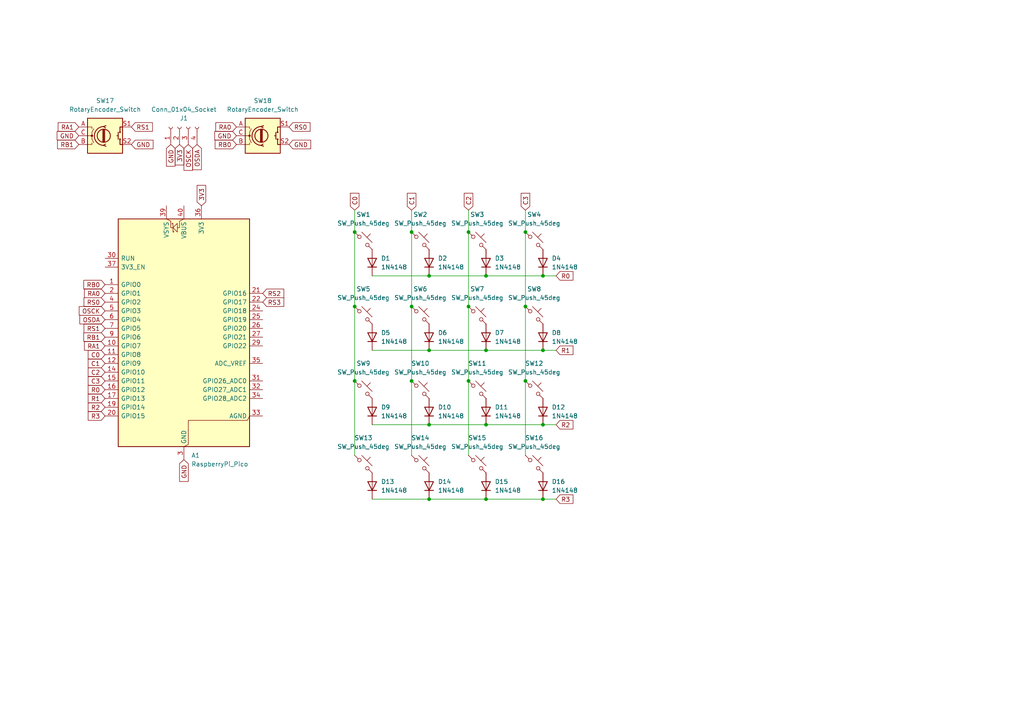
<source format=kicad_sch>
(kicad_sch (version 20250114) (generator "eeschema") (generator_version "9.0")
  (paper "A4")
  (lib_symbols
    (symbol "Connector:Conn_01x04_Socket" (pin_names (offset 1.016) (hide yes))
      (property "Reference" "J" (at 0 5.08 0))
      (property "Value" "Conn_01x04_Socket" (at 0 -7.62 0))
      (symbol "Conn_01x04_Socket_1_1"
        (polyline (pts (xy -1.27 2.54) (xy -0.508 2.54)) (stroke (width 0.1524)))
        (polyline (pts (xy -1.27 0) (xy -0.508 0)) (stroke (width 0.1524)))
        (polyline (pts (xy -1.27 -2.54) (xy -0.508 -2.54)) (stroke (width 0.1524)))
        (polyline (pts (xy -1.27 -5.08) (xy -0.508 -5.08)) (stroke (width 0.1524)))
        (arc (start 0 2.032) (mid -0.5058 2.54) (end 0 3.048) (stroke (width 0.1524)))
        (arc (start 0 -0.508) (mid -0.5058 0) (end 0 0.508) (stroke (width 0.1524)))
        (arc (start 0 -3.048) (mid -0.5058 -2.54) (end 0 -2.032) (stroke (width 0.1524)))
        (arc (start 0 -5.588) (mid -0.5058 -5.08) (end 0 -4.572) (stroke (width 0.1524)))
        (pin passive line (at -5.08 2.54 0) (length 3.81) (name "Pin_1") (number "1"))
        (pin passive line (at -5.08 0 0) (length 3.81) (name "Pin_2") (number "2"))
        (pin passive line (at -5.08 -2.54 0) (length 3.81) (name "Pin_3") (number "3"))
        (pin passive line (at -5.08 -5.08 0) (length 3.81) (name "Pin_4") (number "4"))
      )
    )
    (symbol "Device:RotaryEncoder_Switch" (pin_names (offset 0.254) (hide yes))
      (property "Reference" "SW" (at 0 6.604 0))
      (property "Value" "RotaryEncoder_Switch" (at 0 -6.604 0))
      (symbol "RotaryEncoder_Switch_0_1"
        (rectangle (start -5.08 5.08) (end 5.08 -5.08) (stroke (width 0.254)) (fill (type background)))
        (polyline (pts (xy -5.08 2.54) (xy -3.81 2.54) (xy -3.81 2.032)))
        (polyline (pts (xy -5.08 0) (xy -3.81 0) (xy -3.81 -1.016) (xy -3.302 -2.032)))
        (polyline (pts (xy -5.08 -2.54) (xy -3.81 -2.54) (xy -3.81 -2.032)))
        (polyline (pts (xy -4.318 0) (xy -3.81 0) (xy -3.81 1.016) (xy -3.302 2.032)))
        (circle (center -3.81 0) (radius 0.254) (fill (type outline)))
        (polyline (pts (xy -0.635 -1.778) (xy -0.635 1.778)) (stroke (width 0.254)))
        (circle (center -0.381 0) (radius 1.905) (stroke (width 0.254)))
        (polyline (pts (xy -0.381 -1.778) (xy -0.381 1.778)) (stroke (width 0.254)))
        (arc (start -0.381 -2.794) (mid -3.0988 -0.0635) (end -0.381 2.667) (stroke (width 0.254)))
        (polyline (pts (xy -0.127 1.778) (xy -0.127 -1.778)) (stroke (width 0.254)))
        (polyline (pts (xy 0.254 2.921) (xy -0.508 2.667) (xy 0.127 2.286)) (stroke (width 0.254)))
        (polyline (pts (xy 0.254 -3.048) (xy -0.508 -2.794) (xy 0.127 -2.413)) (stroke (width 0.254)))
        (polyline (pts (xy 3.81 1.016) (xy 3.81 -1.016)) (stroke (width 0.254)))
        (polyline (pts (xy 3.81 0) (xy 3.429 0)) (stroke (width 0.254)))
        (circle (center 4.318 1.016) (radius 0.127) (stroke (width 0.254)))
        (circle (center 4.318 -1.016) (radius 0.127) (stroke (width 0.254)))
        (polyline (pts (xy 5.08 2.54) (xy 4.318 2.54) (xy 4.318 1.016)) (stroke (width 0.254)))
        (polyline (pts (xy 5.08 -2.54) (xy 4.318 -2.54) (xy 4.318 -1.016)) (stroke (width 0.254)))
      )
      (symbol "RotaryEncoder_Switch_1_1"
        (pin passive line (at -7.62 2.54 0) (length 2.54) (name "A") (number "A"))
        (pin passive line (at -7.62 0 0) (length 2.54) (name "C") (number "C"))
        (pin passive line (at -7.62 -2.54 0) (length 2.54) (name "B") (number "B"))
        (pin passive line (at 7.62 2.54 180) (length 2.54) (name "S1") (number "S1"))
        (pin passive line (at 7.62 -2.54 180) (length 2.54) (name "S2") (number "S2"))
      )
    )
    (symbol "Diode:1N4148" (pin_numbers (hide yes)) (pin_names (hide yes))
      (property "Reference" "D" (at 0 2.54 0))
      (property "Value" "1N4148" (at 0 -2.54 0))
      (symbol "1N4148_0_1"
        (polyline (pts (xy -1.27 1.27) (xy -1.27 -1.27)) (stroke (width 0.254)))
        (polyline (pts (xy 1.27 1.27) (xy 1.27 -1.27) (xy -1.27 0) (xy 1.27 1.27)) (stroke (width 0.254)))
        (polyline (pts (xy 1.27 0) (xy -1.27 0)))
      )
      (symbol "1N4148_1_1"
        (pin passive line (at -3.81 0 0) (length 2.54) (name "K") (number "1"))
        (pin passive line (at 3.81 0 180) (length 2.54) (name "A") (number "2"))
      )
    )
    (symbol "MCU_Module:RaspberryPi_Pico" (pin_names (offset 0.762))
      (property "Reference" "A" (at -19.05 35.56 0))
      (property "Value" "RaspberryPi_Pico" (at 7.62 35.56 0))
      (symbol "RaspberryPi_Pico_0_1"
        (rectangle (start -19.05 34.29) (end 19.05 -31.75) (stroke (width 0.254)) (fill (type background)))
        (polyline (pts (xy -5.08 34.29) (xy -3.81 33.655) (xy -3.81 31.75) (xy -3.175 31.75)))
        (polyline (pts (xy -3.429 32.766) (xy -3.429 33.02) (xy -3.175 33.02) (xy -3.175 30.48) (xy -2.921 30.48) (xy -2.921 30.734)))
        (polyline (pts (xy -3.175 31.75) (xy -1.905 33.02) (xy -1.905 30.48) (xy -3.175 31.75)))
        (polyline (pts (xy 0 34.29) (xy -1.27 33.655) (xy -1.27 31.75) (xy -1.905 31.75)))
        (polyline (pts (xy 0 -31.75) (xy 1.27 -31.115) (xy 1.27 -24.13) (xy 18.415 -24.13) (xy 19.05 -22.86)))
      )
      (symbol "RaspberryPi_Pico_1_1"
        (pin passive line (at -22.86 22.86 0) (length 3.81) (name "RUN") (number "30"))
        (pin passive line (at -22.86 20.32 0) (length 3.81) (name "3V3_EN") (number "37"))
        (pin bidirectional line (at -22.86 15.24 0) (length 3.81) (name "GPIO0") (number "1"))
        (pin bidirectional line (at -22.86 12.7 0) (length 3.81) (name "GPIO1") (number "2"))
        (pin bidirectional line (at -22.86 10.16 0) (length 3.81) (name "GPIO2") (number "4"))
        (pin bidirectional line (at -22.86 7.62 0) (length 3.81) (name "GPIO3") (number "5"))
        (pin bidirectional line (at -22.86 5.08 0) (length 3.81) (name "GPIO4") (number "6"))
        (pin bidirectional line (at -22.86 2.54 0) (length 3.81) (name "GPIO5") (number "7"))
        (pin bidirectional line (at -22.86 0 0) (length 3.81) (name "GPIO6") (number "9"))
        (pin bidirectional line (at -22.86 -2.54 0) (length 3.81) (name "GPIO7") (number "10"))
        (pin bidirectional line (at -22.86 -5.08 0) (length 3.81) (name "GPIO8") (number "11"))
        (pin bidirectional line (at -22.86 -7.62 0) (length 3.81) (name "GPIO9") (number "12"))
        (pin bidirectional line (at -22.86 -10.16 0) (length 3.81) (name "GPIO10") (number "14"))
        (pin bidirectional line (at -22.86 -12.7 0) (length 3.81) (name "GPIO11") (number "15"))
        (pin bidirectional line (at -22.86 -15.24 0) (length 3.81) (name "GPIO12") (number "16"))
        (pin bidirectional line (at -22.86 -17.78 0) (length 3.81) (name "GPIO13") (number "17"))
        (pin bidirectional line (at -22.86 -20.32 0) (length 3.81) (name "GPIO14") (number "19"))
        (pin bidirectional line (at -22.86 -22.86 0) (length 3.81) (name "GPIO15") (number "20"))
        (pin power_in line (at -5.08 38.1 270) (length 3.81) (name "VSYS") (number "39"))
        (pin power_out line (at 0 38.1 270) (length 3.81) (name "VBUS") (number "40"))
        (pin passive line (at 0 -35.56 90) (length 3.81) (hide yes) (name "GND") (number "13"))
        (pin passive line (at 0 -35.56 90) (length 3.81) (hide yes) (name "GND") (number "18"))
        (pin passive line (at 0 -35.56 90) (length 3.81) (hide yes) (name "GND") (number "23"))
        (pin passive line (at 0 -35.56 90) (length 3.81) (hide yes) (name "GND") (number "28"))
        (pin power_out line (at 0 -35.56 90) (length 3.81) (name "GND") (number "3"))
        (pin passive line (at 0 -35.56 90) (length 3.81) (hide yes) (name "GND") (number "38"))
        (pin passive line (at 0 -35.56 90) (length 3.81) (hide yes) (name "GND") (number "8"))
        (pin power_out line (at 5.08 38.1 270) (length 3.81) (name "3V3") (number "36"))
        (pin bidirectional line (at 22.86 12.7 180) (length 3.81) (name "GPIO16") (number "21"))
        (pin bidirectional line (at 22.86 10.16 180) (length 3.81) (name "GPIO17") (number "22"))
        (pin bidirectional line (at 22.86 7.62 180) (length 3.81) (name "GPIO18") (number "24"))
        (pin bidirectional line (at 22.86 5.08 180) (length 3.81) (name "GPIO19") (number "25"))
        (pin bidirectional line (at 22.86 2.54 180) (length 3.81) (name "GPIO20") (number "26"))
        (pin bidirectional line (at 22.86 0 180) (length 3.81) (name "GPIO21") (number "27"))
        (pin bidirectional line (at 22.86 -2.54 180) (length 3.81) (name "GPIO22") (number "29"))
        (pin power_in line (at 22.86 -7.62 180) (length 3.81) (name "ADC_VREF") (number "35"))
        (pin bidirectional line (at 22.86 -12.7 180) (length 3.81) (name "GPIO26_ADC0") (number "31"))
        (pin bidirectional line (at 22.86 -15.24 180) (length 3.81) (name "GPIO27_ADC1") (number "32"))
        (pin bidirectional line (at 22.86 -17.78 180) (length 3.81) (name "GPIO28_ADC2") (number "34"))
        (pin power_out line (at 22.86 -22.86 180) (length 3.81) (name "AGND") (number "33"))
      )
    )
    (symbol "Switch:SW_Push_45deg" (pin_numbers (hide yes)) (pin_names (offset 1.016) (hide yes))
      (property "Reference" "SW" (at 3.048 1.016 0))
      (property "Value" "SW_Push_45deg" (at 0 -3.81 0))
      (symbol "SW_Push_45deg_0_1"
        (polyline (pts (xy -2.54 2.54) (xy -1.524 1.524) (xy -1.524 1.524)))
        (circle (center -1.1684 1.1684) (radius 0.508))
        (polyline (pts (xy -0.508 2.54) (xy 2.54 -0.508)))
        (polyline (pts (xy 1.016 1.016) (xy 2.032 2.032)))
        (circle (center 1.143 -1.1938) (radius 0.508))
        (polyline (pts (xy 1.524 -1.524) (xy 2.54 -2.54) (xy 2.54 -2.54) (xy 2.54 -2.54)))
        (pin passive line (at -2.54 2.54 0) (length 0) (name "1") (number "1"))
        (pin passive line (at 2.54 -2.54 180) (length 0) (name "2") (number "2"))
      )
    )
  )
  (junction (at 157.48 123.19))
  (junction (at 135.89 110.49))
  (junction (at 102.87 67.31))
  (junction (at 119.38 67.31))
  (junction (at 102.87 110.49))
  (junction (at 140.97 123.19))
  (junction (at 124.46 144.78))
  (junction (at 102.87 88.9))
  (junction (at 124.46 123.19))
  (junction (at 157.48 144.78))
  (junction (at 157.48 80.01))
  (junction (at 157.48 101.6))
  (junction (at 152.4 67.31))
  (junction (at 119.38 110.49))
  (junction (at 140.97 101.6))
  (junction (at 124.46 80.01))
  (junction (at 152.4 88.9))
  (junction (at 124.46 101.6))
  (junction (at 119.38 88.9))
  (junction (at 140.97 80.01))
  (junction (at 140.97 144.78))
  (junction (at 152.4 110.49))
  (junction (at 135.89 67.31))
  (junction (at 135.89 88.9))
  (wire (pts (xy 140.97 144.78) (xy 157.48 144.78)))
  (wire (pts (xy 102.87 67.31) (xy 102.87 88.9)))
  (wire (pts (xy 152.4 67.31) (xy 152.4 88.9)))
  (wire (pts (xy 107.95 123.19) (xy 124.46 123.19)))
  (wire (pts (xy 157.48 123.19) (xy 161.29 123.19)))
  (wire (pts (xy 135.89 67.31) (xy 135.89 88.9)))
  (wire (pts (xy 157.48 101.6) (xy 161.29 101.6)))
  (wire (pts (xy 119.38 67.31) (xy 119.38 88.9)))
  (wire (pts (xy 102.87 60.96) (xy 102.87 67.31)))
  (wire (pts (xy 102.87 110.49) (xy 102.87 132.08)))
  (wire (pts (xy 119.38 88.9) (xy 119.38 110.49)))
  (wire (pts (xy 119.38 60.96) (xy 119.38 67.31)))
  (wire (pts (xy 135.89 110.49) (xy 135.89 132.08)))
  (wire (pts (xy 135.89 88.9) (xy 135.89 110.49)))
  (wire (pts (xy 107.95 144.78) (xy 124.46 144.78)))
  (wire (pts (xy 152.4 110.49) (xy 152.4 132.08)))
  (wire (pts (xy 140.97 101.6) (xy 157.48 101.6)))
  (wire (pts (xy 102.87 88.9) (xy 102.87 110.49)))
  (wire (pts (xy 119.38 110.49) (xy 119.38 132.08)))
  (wire (pts (xy 140.97 123.19) (xy 157.48 123.19)))
  (wire (pts (xy 157.48 80.01) (xy 161.29 80.01)))
  (wire (pts (xy 107.95 101.6) (xy 124.46 101.6)))
  (wire (pts (xy 124.46 80.01) (xy 140.97 80.01)))
  (wire (pts (xy 107.95 80.01) (xy 124.46 80.01)))
  (wire (pts (xy 152.4 60.96) (xy 152.4 67.31)))
  (wire (pts (xy 124.46 123.19) (xy 140.97 123.19)))
  (wire (pts (xy 124.46 101.6) (xy 140.97 101.6)))
  (wire (pts (xy 135.89 60.96) (xy 135.89 67.31)))
  (wire (pts (xy 140.97 80.01) (xy 157.48 80.01)))
  (wire (pts (xy 152.4 88.9) (xy 152.4 110.49)))
  (wire (pts (xy 124.46 144.78) (xy 140.97 144.78)))
  (wire (pts (xy 157.48 144.78) (xy 161.29 144.78)))
  (global_label "RA0" (shape input) (at 68.58 36.83 180) (property "Intersheetrefs" "${INTERSHEET_REFS}" (effects (hide yes))))
  (global_label "C2" (shape input) (at 135.89 60.96 90) (property "Intersheetrefs" "${INTERSHEET_REFS}" (effects (hide yes))))
  (global_label "R0" (shape input) (at 30.48 113.03 180) (property "Intersheetrefs" "${INTERSHEET_REFS}" (effects (hide yes))))
  (global_label "GND" (shape input) (at 68.58 39.37 180) (property "Intersheetrefs" "${INTERSHEET_REFS}" (effects (hide yes))))
  (global_label "RS0" (shape input) (at 30.48 87.63 180) (property "Intersheetrefs" "${INTERSHEET_REFS}" (effects (hide yes))))
  (global_label "RB1" (shape input) (at 30.48 97.79 180) (property "Intersheetrefs" "${INTERSHEET_REFS}" (effects (hide yes))))
  (global_label "C3" (shape input) (at 152.4 60.96 90) (property "Intersheetrefs" "${INTERSHEET_REFS}" (effects (hide yes))))
  (global_label "RA0" (shape input) (at 30.48 85.09 180) (property "Intersheetrefs" "${INTERSHEET_REFS}" (effects (hide yes))))
  (global_label "RS0" (shape input) (at 83.82 36.83 0) (property "Intersheetrefs" "${INTERSHEET_REFS}" (effects (hide yes))))
  (global_label "C0" (shape input) (at 102.87 60.96 90) (property "Intersheetrefs" "${INTERSHEET_REFS}" (effects (hide yes))))
  (global_label "R2" (shape input) (at 161.29 123.19 0) (property "Intersheetrefs" "${INTERSHEET_REFS}" (effects (hide yes))))
  (global_label "RA1" (shape input) (at 22.86 36.83 180) (property "Intersheetrefs" "${INTERSHEET_REFS}" (effects (hide yes))))
  (global_label "RS1" (shape input) (at 30.48 95.25 180) (property "Intersheetrefs" "${INTERSHEET_REFS}" (effects (hide yes))))
  (global_label "RA1" (shape input) (at 30.48 100.33 180) (property "Intersheetrefs" "${INTERSHEET_REFS}" (effects (hide yes))))
  (global_label "RB0" (shape input) (at 68.58 41.91 180) (property "Intersheetrefs" "${INTERSHEET_REFS}" (effects (hide yes))))
  (global_label "GND" (shape input) (at 83.82 41.91 0) (property "Intersheetrefs" "${INTERSHEET_REFS}" (effects (hide yes))))
  (global_label "OSCK" (shape input) (at 30.48 90.17 180) (property "Intersheetrefs" "${INTERSHEET_REFS}" (effects (hide yes))))
  (global_label "GND" (shape input) (at 22.86 39.37 180) (property "Intersheetrefs" "${INTERSHEET_REFS}" (effects (hide yes))))
  (global_label "R1" (shape input) (at 30.48 115.57 180) (property "Intersheetrefs" "${INTERSHEET_REFS}" (effects (hide yes))))
  (global_label "OSDA" (shape input) (at 57.15 41.91 270) (property "Intersheetrefs" "${INTERSHEET_REFS}" (effects (hide yes))))
  (global_label "OSCK" (shape input) (at 54.61 41.91 270) (property "Intersheetrefs" "${INTERSHEET_REFS}" (effects (hide yes))))
  (global_label "RB1" (shape input) (at 22.86 41.91 180) (property "Intersheetrefs" "${INTERSHEET_REFS}" (effects (hide yes))))
  (global_label "RS2" (shape input) (at 76.2 85.09 0) (property "Intersheetrefs" "${INTERSHEET_REFS}" (effects (hide yes))))
  (global_label "C1" (shape input) (at 119.38 60.96 90) (property "Intersheetrefs" "${INTERSHEET_REFS}" (effects (hide yes))))
  (global_label "3V3" (shape input) (at 58.42 59.69 90) (property "Intersheetrefs" "${INTERSHEET_REFS}" (effects (hide yes))))
  (global_label "GND" (shape input) (at 49.53 41.91 270) (property "Intersheetrefs" "${INTERSHEET_REFS}" (effects (hide yes))))
  (global_label "R1" (shape input) (at 161.29 101.6 0) (property "Intersheetrefs" "${INTERSHEET_REFS}" (effects (hide yes))))
  (global_label "GND" (shape input) (at 38.1 41.91 0) (property "Intersheetrefs" "${INTERSHEET_REFS}" (effects (hide yes))))
  (global_label "C0" (shape input) (at 30.48 102.87 180) (property "Intersheetrefs" "${INTERSHEET_REFS}" (effects (hide yes))))
  (global_label "GND" (shape input) (at 53.34 133.35 270) (property "Intersheetrefs" "${INTERSHEET_REFS}" (effects (hide yes))))
  (global_label "C2" (shape input) (at 30.48 107.95 180) (property "Intersheetrefs" "${INTERSHEET_REFS}" (effects (hide yes))))
  (global_label "R2" (shape input) (at 30.48 118.11 180) (property "Intersheetrefs" "${INTERSHEET_REFS}" (effects (hide yes))))
  (global_label "C3" (shape input) (at 30.48 110.49 180) (property "Intersheetrefs" "${INTERSHEET_REFS}" (effects (hide yes))))
  (global_label "RS1" (shape input) (at 38.1 36.83 0) (property "Intersheetrefs" "${INTERSHEET_REFS}" (effects (hide yes))))
  (global_label "R3" (shape input) (at 30.48 120.65 180) (property "Intersheetrefs" "${INTERSHEET_REFS}" (effects (hide yes))))
  (global_label "OSDA" (shape input) (at 30.48 92.71 180) (property "Intersheetrefs" "${INTERSHEET_REFS}" (effects (hide yes))))
  (global_label "C1" (shape input) (at 30.48 105.41 180) (property "Intersheetrefs" "${INTERSHEET_REFS}" (effects (hide yes))))
  (global_label "R0" (shape input) (at 161.29 80.01 0) (property "Intersheetrefs" "${INTERSHEET_REFS}" (effects (hide yes))))
  (global_label "RS3" (shape input) (at 76.2 87.63 0) (property "Intersheetrefs" "${INTERSHEET_REFS}" (effects (hide yes))))
  (global_label "R3" (shape input) (at 161.29 144.78 0) (property "Intersheetrefs" "${INTERSHEET_REFS}" (effects (hide yes))))
  (global_label "RB0" (shape input) (at 30.48 82.55 180) (property "Intersheetrefs" "${INTERSHEET_REFS}" (effects (hide yes))))
  (global_label "3V3" (shape input) (at 52.07 41.91 270) (property "Intersheetrefs" "${INTERSHEET_REFS}" (effects (hide yes))))
  (symbol (lib_id "Diode:1N4148") (at 157.48 119.38 90) (unit 1)
    (property "Reference" "D12" (at 160.02 118.1099 90) (effects (justify right)))
    (property "Value" "1N4148" (at 160.02 120.6499 90) (effects (justify right)))
    (property "Footprint" "Diode_THT:D_DO-35_SOD27_P7.62mm_Horizontal" (effects (hide yes)))
    (property "Datasheet" "https://assets.nexperia.com/documents/data-sheet/1N4148_1N4448.pdf" (effects (hide yes)))
    (property "Description" "100V 0.15A standard switching diode, DO-35" (effects (hide yes)))
    (property "Sim.Device" "D" (effects (hide yes)))
    (property "Sim.Pins" "1=K 2=A" (effects (hide yes)))
  )
  (symbol (lib_id "Connector:Conn_01x04_Socket") (at 52.07 36.83 90) (unit 1)
    (property "Reference" "J1" (at 53.34 34.29 90))
    (property "Value" "Conn_01x04_Socket" (at 53.34 31.75 90))
    (property "Footprint" "promicro:MODULE_DM-OLED096-636" (effects (hide yes)))
    (property "Description" "Generic connector, single row, 01x04, script generated" (effects (hide yes)))
  )
  (symbol (lib_id "Switch:SW_Push_45deg") (at 121.92 113.03 0) (unit 1)
    (property "Reference" "SW10" (at 121.92 105.41 0))
    (property "Value" "SW_Push_45deg" (at 121.92 107.95 0))
    (property "Footprint" "PCM_Switch_Keyboard_Cherry_MX:SW_Cherry_MX_Plate_1.00u" (effects (hide yes)))
    (property "Description" "Push button switch, normally open, two pins, 45° tilted" (effects (hide yes)))
  )
  (symbol (lib_id "Diode:1N4148") (at 107.95 140.97 90) (unit 1)
    (property "Reference" "D13" (at 110.49 139.6999 90) (effects (justify right)))
    (property "Value" "1N4148" (at 110.49 142.2399 90) (effects (justify right)))
    (property "Footprint" "Diode_THT:D_DO-35_SOD27_P7.62mm_Horizontal" (effects (hide yes)))
    (property "Datasheet" "https://assets.nexperia.com/documents/data-sheet/1N4148_1N4448.pdf" (effects (hide yes)))
    (property "Description" "100V 0.15A standard switching diode, DO-35" (effects (hide yes)))
    (property "Sim.Device" "D" (effects (hide yes)))
    (property "Sim.Pins" "1=K 2=A" (effects (hide yes)))
  )
  (symbol (lib_id "Switch:SW_Push_45deg") (at 121.92 91.44 0) (unit 1)
    (property "Reference" "SW6" (at 121.92 83.82 0))
    (property "Value" "SW_Push_45deg" (at 121.92 86.36 0))
    (property "Footprint" "PCM_Switch_Keyboard_Cherry_MX:SW_Cherry_MX_Plate_1.00u" (effects (hide yes)))
    (property "Description" "Push button switch, normally open, two pins, 45° tilted" (effects (hide yes)))
  )
  (symbol (lib_id "Diode:1N4148") (at 140.97 97.79 90) (unit 1)
    (property "Reference" "D7" (at 143.51 96.5199 90) (effects (justify right)))
    (property "Value" "1N4148" (at 143.51 99.0599 90) (effects (justify right)))
    (property "Footprint" "Diode_THT:D_DO-35_SOD27_P7.62mm_Horizontal" (effects (hide yes)))
    (property "Datasheet" "https://assets.nexperia.com/documents/data-sheet/1N4148_1N4448.pdf" (effects (hide yes)))
    (property "Description" "100V 0.15A standard switching diode, DO-35" (effects (hide yes)))
    (property "Sim.Device" "D" (effects (hide yes)))
    (property "Sim.Pins" "1=K 2=A" (effects (hide yes)))
  )
  (symbol (lib_id "Switch:SW_Push_45deg") (at 105.41 91.44 0) (unit 1)
    (property "Reference" "SW5" (at 105.41 83.82 0))
    (property "Value" "SW_Push_45deg" (at 105.41 86.36 0))
    (property "Footprint" "PCM_Switch_Keyboard_Cherry_MX:SW_Cherry_MX_Plate_1.00u" (effects (hide yes)))
    (property "Description" "Push button switch, normally open, two pins, 45° tilted" (effects (hide yes)))
  )
  (symbol (lib_id "Diode:1N4148") (at 157.48 140.97 90) (unit 1)
    (property "Reference" "D16" (at 160.02 139.6999 90) (effects (justify right)))
    (property "Value" "1N4148" (at 160.02 142.2399 90) (effects (justify right)))
    (property "Footprint" "Diode_THT:D_DO-35_SOD27_P7.62mm_Horizontal" (effects (hide yes)))
    (property "Datasheet" "https://assets.nexperia.com/documents/data-sheet/1N4148_1N4448.pdf" (effects (hide yes)))
    (property "Description" "100V 0.15A standard switching diode, DO-35" (effects (hide yes)))
    (property "Sim.Device" "D" (effects (hide yes)))
    (property "Sim.Pins" "1=K 2=A" (effects (hide yes)))
  )
  (symbol (lib_id "Switch:SW_Push_45deg") (at 138.43 113.03 0) (unit 1)
    (property "Reference" "SW11" (at 138.43 105.41 0))
    (property "Value" "SW_Push_45deg" (at 138.43 107.95 0))
    (property "Footprint" "PCM_Switch_Keyboard_Cherry_MX:SW_Cherry_MX_Plate_1.00u" (effects (hide yes)))
    (property "Description" "Push button switch, normally open, two pins, 45° tilted" (effects (hide yes)))
  )
  (symbol (lib_id "Device:RotaryEncoder_Switch") (at 76.2 39.37 0) (unit 1)
    (property "Reference" "SW18" (at 76.2 29.21 0))
    (property "Value" "RotaryEncoder_Switch" (at 76.2 31.75 0))
    (property "Footprint" "Rotary_Encoder:RotaryEncoder_Alps_EC11E-Switch_Vertical_H20mm" (effects (hide yes)))
    (property "Description" "Rotary encoder, dual channel, incremental quadrate outputs, with switch" (effects (hide yes)))
  )
  (symbol (lib_id "Switch:SW_Push_45deg") (at 154.94 134.62 0) (unit 1)
    (property "Reference" "SW16" (at 154.94 127 0))
    (property "Value" "SW_Push_45deg" (at 154.94 129.54 0))
    (property "Footprint" "PCM_Switch_Keyboard_Cherry_MX:SW_Cherry_MX_Plate_1.00u" (effects (hide yes)))
    (property "Description" "Push button switch, normally open, two pins, 45° tilted" (effects (hide yes)))
  )
  (symbol (lib_id "MCU_Module:RaspberryPi_Pico") (at 53.34 97.79 0) (unit 1)
    (property "Reference" "A1" (at 55.4833 132.08 0) (effects (justify left)))
    (property "Value" "RaspberryPi_Pico" (at 55.4833 134.62 0) (effects (justify left)))
    (property "Footprint" "Module:RaspberryPi_Pico_Common_THT" (effects (hide yes)))
    (property "Datasheet" "https://datasheets.raspberrypi.com/pico/pico-datasheet.pdf" (effects (hide yes)))
    (property "Description" "Versatile and inexpensive microcontroller module powered by RP2040 dual-core Arm Cortex-M0+ processor up to 133 MHz, 264kB SRAM, 2MB QSPI flash; also supports Raspberry Pi Pico 2" (effects (hide yes)))
  )
  (symbol (lib_id "Diode:1N4148") (at 157.48 97.79 90) (unit 1)
    (property "Reference" "D8" (at 160.02 96.5199 90) (effects (justify right)))
    (property "Value" "1N4148" (at 160.02 99.0599 90) (effects (justify right)))
    (property "Footprint" "Diode_THT:D_DO-35_SOD27_P7.62mm_Horizontal" (effects (hide yes)))
    (property "Datasheet" "https://assets.nexperia.com/documents/data-sheet/1N4148_1N4448.pdf" (effects (hide yes)))
    (property "Description" "100V 0.15A standard switching diode, DO-35" (effects (hide yes)))
    (property "Sim.Device" "D" (effects (hide yes)))
    (property "Sim.Pins" "1=K 2=A" (effects (hide yes)))
  )
  (symbol (lib_id "Switch:SW_Push_45deg") (at 154.94 69.85 0) (unit 1)
    (property "Reference" "SW4" (at 154.94 62.23 0))
    (property "Value" "SW_Push_45deg" (at 154.94 64.77 0))
    (property "Footprint" "PCM_Switch_Keyboard_Cherry_MX:SW_Cherry_MX_Plate_1.00u" (effects (hide yes)))
    (property "Description" "Push button switch, normally open, two pins, 45° tilted" (effects (hide yes)))
  )
  (symbol (lib_id "Diode:1N4148") (at 107.95 119.38 90) (unit 1)
    (property "Reference" "D9" (at 110.49 118.1099 90) (effects (justify right)))
    (property "Value" "1N4148" (at 110.49 120.6499 90) (effects (justify right)))
    (property "Footprint" "Diode_THT:D_DO-35_SOD27_P7.62mm_Horizontal" (effects (hide yes)))
    (property "Datasheet" "https://assets.nexperia.com/documents/data-sheet/1N4148_1N4448.pdf" (effects (hide yes)))
    (property "Description" "100V 0.15A standard switching diode, DO-35" (effects (hide yes)))
    (property "Sim.Device" "D" (effects (hide yes)))
    (property "Sim.Pins" "1=K 2=A" (effects (hide yes)))
  )
  (symbol (lib_id "Switch:SW_Push_45deg") (at 121.92 134.62 0) (unit 1)
    (property "Reference" "SW14" (at 121.92 127 0))
    (property "Value" "SW_Push_45deg" (at 121.92 129.54 0))
    (property "Footprint" "PCM_Switch_Keyboard_Cherry_MX:SW_Cherry_MX_Plate_1.00u" (effects (hide yes)))
    (property "Description" "Push button switch, normally open, two pins, 45° tilted" (effects (hide yes)))
  )
  (symbol (lib_id "Device:RotaryEncoder_Switch") (at 30.48 39.37 0) (unit 1)
    (property "Reference" "SW17" (at 30.48 29.21 0))
    (property "Value" "RotaryEncoder_Switch" (at 30.48 31.75 0))
    (property "Footprint" "Rotary_Encoder:RotaryEncoder_Alps_EC11E-Switch_Vertical_H20mm" (effects (hide yes)))
    (property "Description" "Rotary encoder, dual channel, incremental quadrate outputs, with switch" (effects (hide yes)))
  )
  (symbol (lib_id "Diode:1N4148") (at 140.97 119.38 90) (unit 1)
    (property "Reference" "D11" (at 143.51 118.1099 90) (effects (justify right)))
    (property "Value" "1N4148" (at 143.51 120.6499 90) (effects (justify right)))
    (property "Footprint" "Diode_THT:D_DO-35_SOD27_P7.62mm_Horizontal" (effects (hide yes)))
    (property "Datasheet" "https://assets.nexperia.com/documents/data-sheet/1N4148_1N4448.pdf" (effects (hide yes)))
    (property "Description" "100V 0.15A standard switching diode, DO-35" (effects (hide yes)))
    (property "Sim.Device" "D" (effects (hide yes)))
    (property "Sim.Pins" "1=K 2=A" (effects (hide yes)))
  )
  (symbol (lib_id "Switch:SW_Push_45deg") (at 105.41 134.62 0) (unit 1)
    (property "Reference" "SW13" (at 105.41 127 0))
    (property "Value" "SW_Push_45deg" (at 105.41 129.54 0))
    (property "Footprint" "PCM_Switch_Keyboard_Cherry_MX:SW_Cherry_MX_Plate_1.00u" (effects (hide yes)))
    (property "Description" "Push button switch, normally open, two pins, 45° tilted" (effects (hide yes)))
  )
  (symbol (lib_id "Diode:1N4148") (at 124.46 76.2 90) (unit 1)
    (property "Reference" "D2" (at 127 74.9299 90) (effects (justify right)))
    (property "Value" "1N4148" (at 127 77.4699 90) (effects (justify right)))
    (property "Footprint" "Diode_THT:D_DO-35_SOD27_P7.62mm_Horizontal" (effects (hide yes)))
    (property "Datasheet" "https://assets.nexperia.com/documents/data-sheet/1N4148_1N4448.pdf" (effects (hide yes)))
    (property "Description" "100V 0.15A standard switching diode, DO-35" (effects (hide yes)))
    (property "Sim.Device" "D" (effects (hide yes)))
    (property "Sim.Pins" "1=K 2=A" (effects (hide yes)))
  )
  (symbol (lib_id "Switch:SW_Push_45deg") (at 121.92 69.85 0) (unit 1)
    (property "Reference" "SW2" (at 121.92 62.23 0))
    (property "Value" "SW_Push_45deg" (at 121.92 64.77 0))
    (property "Footprint" "PCM_Switch_Keyboard_Cherry_MX:SW_Cherry_MX_Plate_1.00u" (effects (hide yes)))
    (property "Description" "Push button switch, normally open, two pins, 45° tilted" (effects (hide yes)))
  )
  (symbol (lib_id "Diode:1N4148") (at 124.46 119.38 90) (unit 1)
    (property "Reference" "D10" (at 127 118.1099 90) (effects (justify right)))
    (property "Value" "1N4148" (at 127 120.6499 90) (effects (justify right)))
    (property "Footprint" "Diode_THT:D_DO-35_SOD27_P7.62mm_Horizontal" (effects (hide yes)))
    (property "Datasheet" "https://assets.nexperia.com/documents/data-sheet/1N4148_1N4448.pdf" (effects (hide yes)))
    (property "Description" "100V 0.15A standard switching diode, DO-35" (effects (hide yes)))
    (property "Sim.Device" "D" (effects (hide yes)))
    (property "Sim.Pins" "1=K 2=A" (effects (hide yes)))
  )
  (symbol (lib_id "Switch:SW_Push_45deg") (at 105.41 69.85 0) (unit 1)
    (property "Reference" "SW1" (at 105.41 62.23 0))
    (property "Value" "SW_Push_45deg" (at 105.41 64.77 0))
    (property "Footprint" "PCM_Switch_Keyboard_Cherry_MX:SW_Cherry_MX_Plate_1.00u" (effects (hide yes)))
    (property "Description" "Push button switch, normally open, two pins, 45° tilted" (effects (hide yes)))
  )
  (symbol (lib_id "Diode:1N4148") (at 157.48 76.2 90) (unit 1)
    (property "Reference" "D4" (at 160.02 74.9299 90) (effects (justify right)))
    (property "Value" "1N4148" (at 160.02 77.4699 90) (effects (justify right)))
    (property "Footprint" "Diode_THT:D_DO-35_SOD27_P7.62mm_Horizontal" (effects (hide yes)))
    (property "Datasheet" "https://assets.nexperia.com/documents/data-sheet/1N4148_1N4448.pdf" (effects (hide yes)))
    (property "Description" "100V 0.15A standard switching diode, DO-35" (effects (hide yes)))
    (property "Sim.Device" "D" (effects (hide yes)))
    (property "Sim.Pins" "1=K 2=A" (effects (hide yes)))
  )
  (symbol (lib_id "Switch:SW_Push_45deg") (at 105.41 113.03 0) (unit 1)
    (property "Reference" "SW9" (at 105.41 105.41 0))
    (property "Value" "SW_Push_45deg" (at 105.41 107.95 0))
    (property "Footprint" "PCM_Switch_Keyboard_Cherry_MX:SW_Cherry_MX_Plate_1.00u" (effects (hide yes)))
    (property "Description" "Push button switch, normally open, two pins, 45° tilted" (effects (hide yes)))
  )
  (symbol (lib_id "Diode:1N4148") (at 107.95 97.79 90) (unit 1)
    (property "Reference" "D5" (at 110.49 96.5199 90) (effects (justify right)))
    (property "Value" "1N4148" (at 110.49 99.0599 90) (effects (justify right)))
    (property "Footprint" "Diode_THT:D_DO-35_SOD27_P7.62mm_Horizontal" (effects (hide yes)))
    (property "Datasheet" "https://assets.nexperia.com/documents/data-sheet/1N4148_1N4448.pdf" (effects (hide yes)))
    (property "Description" "100V 0.15A standard switching diode, DO-35" (effects (hide yes)))
    (property "Sim.Device" "D" (effects (hide yes)))
    (property "Sim.Pins" "1=K 2=A" (effects (hide yes)))
  )
  (symbol (lib_id "Diode:1N4148") (at 140.97 140.97 90) (unit 1)
    (property "Reference" "D15" (at 143.51 139.6999 90) (effects (justify right)))
    (property "Value" "1N4148" (at 143.51 142.2399 90) (effects (justify right)))
    (property "Footprint" "Diode_THT:D_DO-35_SOD27_P7.62mm_Horizontal" (effects (hide yes)))
    (property "Datasheet" "https://assets.nexperia.com/documents/data-sheet/1N4148_1N4448.pdf" (effects (hide yes)))
    (property "Description" "100V 0.15A standard switching diode, DO-35" (effects (hide yes)))
    (property "Sim.Device" "D" (effects (hide yes)))
    (property "Sim.Pins" "1=K 2=A" (effects (hide yes)))
  )
  (symbol (lib_id "Diode:1N4148") (at 140.97 76.2 90) (unit 1)
    (property "Reference" "D3" (at 143.51 74.9299 90) (effects (justify right)))
    (property "Value" "1N4148" (at 143.51 77.4699 90) (effects (justify right)))
    (property "Footprint" "Diode_THT:D_DO-35_SOD27_P7.62mm_Horizontal" (effects (hide yes)))
    (property "Datasheet" "https://assets.nexperia.com/documents/data-sheet/1N4148_1N4448.pdf" (effects (hide yes)))
    (property "Description" "100V 0.15A standard switching diode, DO-35" (effects (hide yes)))
    (property "Sim.Device" "D" (effects (hide yes)))
    (property "Sim.Pins" "1=K 2=A" (effects (hide yes)))
  )
  (symbol (lib_id "Switch:SW_Push_45deg") (at 154.94 113.03 0) (unit 1)
    (property "Reference" "SW12" (at 154.94 105.41 0))
    (property "Value" "SW_Push_45deg" (at 154.94 107.95 0))
    (property "Footprint" "PCM_Switch_Keyboard_Cherry_MX:SW_Cherry_MX_Plate_1.00u" (effects (hide yes)))
    (property "Description" "Push button switch, normally open, two pins, 45° tilted" (effects (hide yes)))
  )
  (symbol (lib_id "Switch:SW_Push_45deg") (at 154.94 91.44 0) (unit 1)
    (property "Reference" "SW8" (at 154.94 83.82 0))
    (property "Value" "SW_Push_45deg" (at 154.94 86.36 0))
    (property "Footprint" "PCM_Switch_Keyboard_Cherry_MX:SW_Cherry_MX_Plate_1.00u" (effects (hide yes)))
    (property "Description" "Push button switch, normally open, two pins, 45° tilted" (effects (hide yes)))
  )
  (symbol (lib_id "Switch:SW_Push_45deg") (at 138.43 91.44 0) (unit 1)
    (property "Reference" "SW7" (at 138.43 83.82 0))
    (property "Value" "SW_Push_45deg" (at 138.43 86.36 0))
    (property "Footprint" "PCM_Switch_Keyboard_Cherry_MX:SW_Cherry_MX_Plate_1.00u" (effects (hide yes)))
    (property "Description" "Push button switch, normally open, two pins, 45° tilted" (effects (hide yes)))
  )
  (symbol (lib_id "Diode:1N4148") (at 124.46 140.97 90) (unit 1)
    (property "Reference" "D14" (at 127 139.6999 90) (effects (justify right)))
    (property "Value" "1N4148" (at 127 142.2399 90) (effects (justify right)))
    (property "Footprint" "Diode_THT:D_DO-35_SOD27_P7.62mm_Horizontal" (effects (hide yes)))
    (property "Datasheet" "https://assets.nexperia.com/documents/data-sheet/1N4148_1N4448.pdf" (effects (hide yes)))
    (property "Description" "100V 0.15A standard switching diode, DO-35" (effects (hide yes)))
    (property "Sim.Device" "D" (effects (hide yes)))
    (property "Sim.Pins" "1=K 2=A" (effects (hide yes)))
  )
  (symbol (lib_id "Diode:1N4148") (at 124.46 97.79 90) (unit 1)
    (property "Reference" "D6" (at 127 96.5199 90) (effects (justify right)))
    (property "Value" "1N4148" (at 127 99.0599 90) (effects (justify right)))
    (property "Footprint" "Diode_THT:D_DO-35_SOD27_P7.62mm_Horizontal" (effects (hide yes)))
    (property "Datasheet" "https://assets.nexperia.com/documents/data-sheet/1N4148_1N4448.pdf" (effects (hide yes)))
    (property "Description" "100V 0.15A standard switching diode, DO-35" (effects (hide yes)))
    (property "Sim.Device" "D" (effects (hide yes)))
    (property "Sim.Pins" "1=K 2=A" (effects (hide yes)))
  )
  (symbol (lib_id "Diode:1N4148") (at 107.95 76.2 90) (unit 1)
    (property "Reference" "D1" (at 110.49 74.9299 90) (effects (justify right)))
    (property "Value" "1N4148" (at 110.49 77.4699 90) (effects (justify right)))
    (property "Footprint" "Diode_THT:D_DO-35_SOD27_P7.62mm_Horizontal" (effects (hide yes)))
    (property "Datasheet" "https://assets.nexperia.com/documents/data-sheet/1N4148_1N4448.pdf" (effects (hide yes)))
    (property "Description" "100V 0.15A standard switching diode, DO-35" (effects (hide yes)))
    (property "Sim.Device" "D" (effects (hide yes)))
    (property "Sim.Pins" "1=K 2=A" (effects (hide yes)))
  )
  (symbol (lib_id "Switch:SW_Push_45deg") (at 138.43 134.62 0) (unit 1)
    (property "Reference" "SW15" (at 138.43 127 0))
    (property "Value" "SW_Push_45deg" (at 138.43 129.54 0))
    (property "Footprint" "PCM_Switch_Keyboard_Cherry_MX:SW_Cherry_MX_Plate_1.00u" (effects (hide yes)))
    (property "Description" "Push button switch, normally open, two pins, 45° tilted" (effects (hide yes)))
  )
  (symbol (lib_id "Switch:SW_Push_45deg") (at 138.43 69.85 0) (unit 1)
    (property "Reference" "SW3" (at 138.43 62.23 0))
    (property "Value" "SW_Push_45deg" (at 138.43 64.77 0))
    (property "Footprint" "PCM_Switch_Keyboard_Cherry_MX:SW_Cherry_MX_Plate_1.00u" (effects (hide yes)))
    (property "Description" "Push button switch, normally open, two pins, 45° tilted" (effects (hide yes)))
  )
)
</source>
